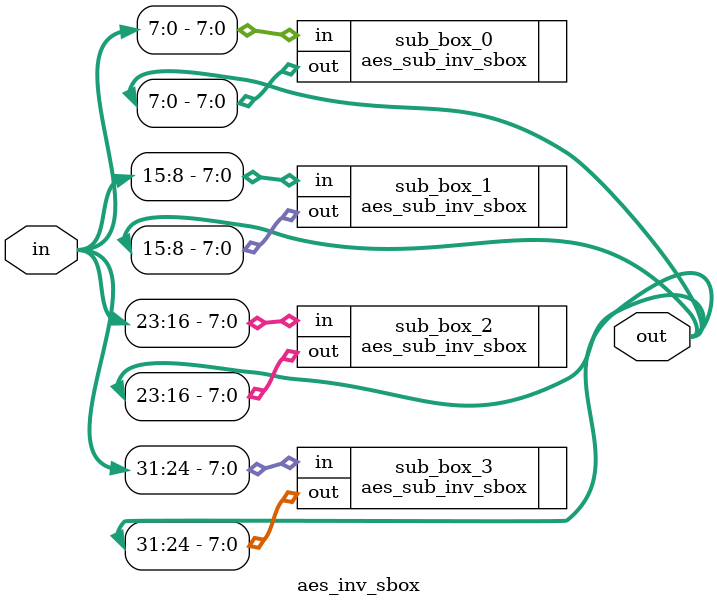
<source format=v>

module aes_inv_sbox(
	input	[31:0]	in,
	output	[31:0]	out
);

 aes_sub_inv_sbox sub_box_3 (
	.in		(in[31:24]),
	.out	(out[31:24])
 );
 
 aes_sub_inv_sbox sub_box_2 (
	.in		(in[23:16]),
	.out	(out[23:16])
 );
 
 aes_sub_inv_sbox sub_box_1 (
	.in		(in[15:8]),
	.out	(out[15:8])
 );
 
 aes_sub_inv_sbox sub_box_0 (
	.in		(in[7:0]),
	.out	(out[7:0])
 );

endmodule

</source>
